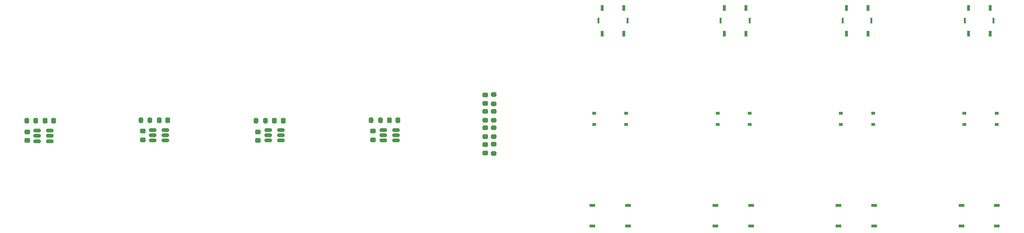
<source format=gtp>
%TF.GenerationSoftware,KiCad,Pcbnew,(6.0.2)*%
%TF.CreationDate,2023-03-26T00:57:02-07:00*%
%TF.ProjectId,cap-sensors-1-ch-dome-switches,6361702d-7365-46e7-936f-72732d312d63,rev?*%
%TF.SameCoordinates,Original*%
%TF.FileFunction,Paste,Top*%
%TF.FilePolarity,Positive*%
%FSLAX46Y46*%
G04 Gerber Fmt 4.6, Leading zero omitted, Abs format (unit mm)*
G04 Created by KiCad (PCBNEW (6.0.2)) date 2023-03-26 00:57:02*
%MOMM*%
%LPD*%
G01*
G04 APERTURE LIST*
G04 Aperture macros list*
%AMRoundRect*
0 Rectangle with rounded corners*
0 $1 Rounding radius*
0 $2 $3 $4 $5 $6 $7 $8 $9 X,Y pos of 4 corners*
0 Add a 4 corners polygon primitive as box body*
4,1,4,$2,$3,$4,$5,$6,$7,$8,$9,$2,$3,0*
0 Add four circle primitives for the rounded corners*
1,1,$1+$1,$2,$3*
1,1,$1+$1,$4,$5*
1,1,$1+$1,$6,$7*
1,1,$1+$1,$8,$9*
0 Add four rect primitives between the rounded corners*
20,1,$1+$1,$2,$3,$4,$5,0*
20,1,$1+$1,$4,$5,$6,$7,0*
20,1,$1+$1,$6,$7,$8,$9,0*
20,1,$1+$1,$8,$9,$2,$3,0*%
G04 Aperture macros list end*
%ADD10R,0.800000X0.600000*%
%ADD11R,1.000000X0.500000*%
%ADD12RoundRect,0.225000X0.225000X0.250000X-0.225000X0.250000X-0.225000X-0.250000X0.225000X-0.250000X0*%
%ADD13RoundRect,0.150000X-0.512500X-0.150000X0.512500X-0.150000X0.512500X0.150000X-0.512500X0.150000X0*%
%ADD14R,0.450000X1.000000*%
%ADD15R,0.600000X1.000000*%
%ADD16RoundRect,0.200000X-0.275000X0.200000X-0.275000X-0.200000X0.275000X-0.200000X0.275000X0.200000X0*%
%ADD17RoundRect,0.200000X0.200000X0.275000X-0.200000X0.275000X-0.200000X-0.275000X0.200000X-0.275000X0*%
%ADD18RoundRect,0.218750X-0.256250X0.218750X-0.256250X-0.218750X0.256250X-0.218750X0.256250X0.218750X0*%
%ADD19RoundRect,0.225000X0.250000X-0.225000X0.250000X0.225000X-0.250000X0.225000X-0.250000X-0.225000X0*%
G04 APERTURE END LIST*
D10*
%TO.C,SW8*%
X132900000Y-109000000D03*
X127100000Y-109000000D03*
X132900000Y-111000000D03*
X127100000Y-111000000D03*
%TD*%
%TO.C,SW7*%
X177400000Y-109000000D03*
X171600000Y-109000000D03*
X177400000Y-111000000D03*
X171600000Y-111000000D03*
%TD*%
%TO.C,SW6*%
X199650000Y-109000000D03*
X193850000Y-109000000D03*
X199650000Y-111000000D03*
X193850000Y-111000000D03*
%TD*%
%TO.C,SW5*%
X155150000Y-109000000D03*
X149350000Y-109000000D03*
X155150000Y-111000000D03*
X149350000Y-111000000D03*
%TD*%
D11*
%TO.C,SW12*%
X133200000Y-125700000D03*
X126800000Y-125700000D03*
X133200000Y-129400000D03*
X126800000Y-129400000D03*
%TD*%
%TO.C,SW11*%
X177533333Y-125700000D03*
X171133333Y-125700000D03*
X177533333Y-129400000D03*
X171133333Y-129400000D03*
%TD*%
%TO.C,SW10*%
X199700000Y-125700000D03*
X193300000Y-125700000D03*
X199700000Y-129400000D03*
X193300000Y-129400000D03*
%TD*%
%TO.C,SW9*%
X155366666Y-125700000D03*
X148966666Y-125700000D03*
X155366666Y-129400000D03*
X148966666Y-129400000D03*
%TD*%
D12*
%TO.C,C1*%
X28100000Y-110375480D03*
X29650000Y-110375480D03*
%TD*%
D13*
%TO.C,U4*%
X91350000Y-112000000D03*
X91350000Y-112950000D03*
X91350000Y-113900000D03*
X89075000Y-113900000D03*
X89075000Y-112950000D03*
X89075000Y-112000000D03*
%TD*%
%TO.C,U3*%
X68325000Y-112025000D03*
X68325000Y-112975000D03*
X68325000Y-113925000D03*
X70600000Y-113925000D03*
X70600000Y-112975000D03*
X70600000Y-112025000D03*
%TD*%
%TO.C,U2*%
X47550000Y-112000000D03*
X47550000Y-112950000D03*
X47550000Y-113900000D03*
X49825000Y-113900000D03*
X49825000Y-112950000D03*
X49825000Y-112000000D03*
%TD*%
%TO.C,U1*%
X28975000Y-112125480D03*
X28975000Y-113075480D03*
X28975000Y-114025480D03*
X26700000Y-114025480D03*
X26700000Y-113075480D03*
X26700000Y-112125480D03*
%TD*%
D14*
%TO.C,SW4*%
X133100000Y-92250000D03*
X127900000Y-92250000D03*
D15*
X132450000Y-89950000D03*
X132450000Y-94550000D03*
X128550000Y-94550000D03*
X128550000Y-89950000D03*
%TD*%
%TO.C,SW3*%
X150550000Y-89950000D03*
X150550000Y-94550000D03*
X154450000Y-94550000D03*
X154450000Y-89950000D03*
D14*
X149900000Y-92250000D03*
X155100000Y-92250000D03*
%TD*%
%TO.C,SW2*%
X199100000Y-92250000D03*
X193900000Y-92250000D03*
D15*
X198450000Y-89950000D03*
X198450000Y-94550000D03*
X194550000Y-94550000D03*
X194550000Y-89950000D03*
%TD*%
%TO.C,SW1*%
X172550000Y-89950000D03*
X172550000Y-94550000D03*
X176450000Y-94550000D03*
X176450000Y-89950000D03*
D14*
X171900000Y-92250000D03*
X177100000Y-92250000D03*
%TD*%
D16*
%TO.C,R8*%
X109000000Y-114600000D03*
X109000000Y-116250000D03*
%TD*%
%TO.C,R7*%
X109000000Y-111600000D03*
X109000000Y-113250000D03*
%TD*%
%TO.C,R6*%
X109000000Y-108600000D03*
X109000000Y-110250000D03*
%TD*%
%TO.C,R5*%
X109000000Y-105600000D03*
X109000000Y-107250000D03*
%TD*%
D17*
%TO.C,R4*%
X86925000Y-110250000D03*
X88575000Y-110250000D03*
%TD*%
%TO.C,R3*%
X67825000Y-110375000D03*
X66175000Y-110375000D03*
%TD*%
%TO.C,R2*%
X47050000Y-110250000D03*
X45400000Y-110250000D03*
%TD*%
%TO.C,R1*%
X24800000Y-110375480D03*
X26450000Y-110375480D03*
%TD*%
D18*
%TO.C,D4*%
X107500000Y-114637500D03*
X107500000Y-116212500D03*
%TD*%
%TO.C,D3*%
X107500000Y-111637500D03*
X107500000Y-113212500D03*
%TD*%
%TO.C,D2*%
X107500000Y-108637500D03*
X107500000Y-110212500D03*
%TD*%
%TO.C,D1*%
X107500000Y-105637500D03*
X107500000Y-107212500D03*
%TD*%
D19*
%TO.C,C8*%
X87250000Y-112225000D03*
X87250000Y-113775000D03*
%TD*%
%TO.C,C7*%
X66500000Y-113900000D03*
X66500000Y-112350000D03*
%TD*%
%TO.C,C6*%
X45725000Y-113775000D03*
X45725000Y-112225000D03*
%TD*%
%TO.C,C5*%
X24875000Y-112350480D03*
X24875000Y-113900480D03*
%TD*%
D12*
%TO.C,C4*%
X90200000Y-110250000D03*
X91750000Y-110250000D03*
%TD*%
%TO.C,C3*%
X71025000Y-110375000D03*
X69475000Y-110375000D03*
%TD*%
%TO.C,C2*%
X50250000Y-110250000D03*
X48700000Y-110250000D03*
%TD*%
M02*

</source>
